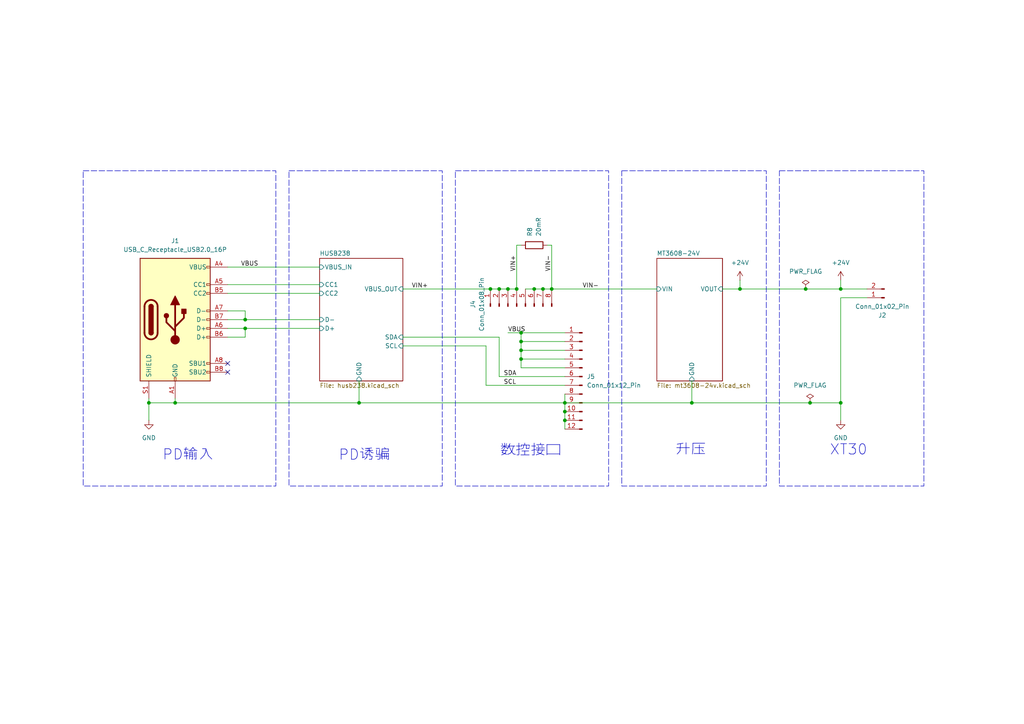
<source format=kicad_sch>
(kicad_sch (version 20231120) (generator "eeschema") (generator_version "8.0")
  (paper "A4")
  (lib_symbols
    (symbol "Connector:Conn_01x02_Pin" (pin_names (offset 1.016) hide)
      (property "Reference" "J" (at 0 2.54 0))
      (property "Value" "Conn_01x02_Pin" (at 0 -5.08 0))
      (symbol "Conn_01x02_Pin_1_1"
        (polyline (pts (xy 1.27 -2.54) (xy 0.8636 -2.54)) (stroke (width 0.1524)))
        (polyline (pts (xy 1.27 0) (xy 0.8636 0)) (stroke (width 0.1524)))
        (rectangle (start 0.8636 -2.413) (end 0 -2.667) (stroke (width 0.1524)) (fill (type outline)))
        (rectangle (start 0.8636 0.127) (end 0 -0.127) (stroke (width 0.1524)) (fill (type outline)))
        (pin passive line (at 5.08 0 180) (length 3.81) (name "Pin_1") (number "1"))
        (pin passive line (at 5.08 -2.54 180) (length 3.81) (name "Pin_2") (number "2"))
      )
    )
    (symbol "Connector:Conn_01x08_Pin" (pin_names (offset 1.016) hide)
      (property "Reference" "J" (at 0 10.16 0))
      (property "Value" "Conn_01x08_Pin" (at 0 -12.7 0))
      (symbol "Conn_01x08_Pin_1_1"
        (polyline (pts (xy 1.27 -10.16) (xy 0.8636 -10.16)) (stroke (width 0.1524)))
        (polyline (pts (xy 1.27 -7.62) (xy 0.8636 -7.62)) (stroke (width 0.1524)))
        (polyline (pts (xy 1.27 -5.08) (xy 0.8636 -5.08)) (stroke (width 0.1524)))
        (polyline (pts (xy 1.27 -2.54) (xy 0.8636 -2.54)) (stroke (width 0.1524)))
        (polyline (pts (xy 1.27 0) (xy 0.8636 0)) (stroke (width 0.1524)))
        (polyline (pts (xy 1.27 2.54) (xy 0.8636 2.54)) (stroke (width 0.1524)))
        (polyline (pts (xy 1.27 5.08) (xy 0.8636 5.08)) (stroke (width 0.1524)))
        (polyline (pts (xy 1.27 7.62) (xy 0.8636 7.62)) (stroke (width 0.1524)))
        (rectangle (start 0.8636 -10.033) (end 0 -10.287) (stroke (width 0.1524)) (fill (type outline)))
        (rectangle (start 0.8636 -7.493) (end 0 -7.747) (stroke (width 0.1524)) (fill (type outline)))
        (rectangle (start 0.8636 -4.953) (end 0 -5.207) (stroke (width 0.1524)) (fill (type outline)))
        (rectangle (start 0.8636 -2.413) (end 0 -2.667) (stroke (width 0.1524)) (fill (type outline)))
        (rectangle (start 0.8636 0.127) (end 0 -0.127) (stroke (width 0.1524)) (fill (type outline)))
        (rectangle (start 0.8636 2.667) (end 0 2.413) (stroke (width 0.1524)) (fill (type outline)))
        (rectangle (start 0.8636 5.207) (end 0 4.953) (stroke (width 0.1524)) (fill (type outline)))
        (rectangle (start 0.8636 7.747) (end 0 7.493) (stroke (width 0.1524)) (fill (type outline)))
        (pin passive line (at 5.08 7.62 180) (length 3.81) (name "Pin_1") (number "1"))
        (pin passive line (at 5.08 5.08 180) (length 3.81) (name "Pin_2") (number "2"))
        (pin passive line (at 5.08 2.54 180) (length 3.81) (name "Pin_3") (number "3"))
        (pin passive line (at 5.08 0 180) (length 3.81) (name "Pin_4") (number "4"))
        (pin passive line (at 5.08 -2.54 180) (length 3.81) (name "Pin_5") (number "5"))
        (pin passive line (at 5.08 -5.08 180) (length 3.81) (name "Pin_6") (number "6"))
        (pin passive line (at 5.08 -7.62 180) (length 3.81) (name "Pin_7") (number "7"))
        (pin passive line (at 5.08 -10.16 180) (length 3.81) (name "Pin_8") (number "8"))
      )
    )
    (symbol "Connector:Conn_01x12_Pin" (pin_names (offset 1.016) hide)
      (property "Reference" "J" (at 0 15.24 0))
      (property "Value" "Conn_01x12_Pin" (at 0 -17.78 0))
      (symbol "Conn_01x12_Pin_1_1"
        (polyline (pts (xy 1.27 -15.24) (xy 0.8636 -15.24)) (stroke (width 0.1524)))
        (polyline (pts (xy 1.27 -12.7) (xy 0.8636 -12.7)) (stroke (width 0.1524)))
        (polyline (pts (xy 1.27 -10.16) (xy 0.8636 -10.16)) (stroke (width 0.1524)))
        (polyline (pts (xy 1.27 -7.62) (xy 0.8636 -7.62)) (stroke (width 0.1524)))
        (polyline (pts (xy 1.27 -5.08) (xy 0.8636 -5.08)) (stroke (width 0.1524)))
        (polyline (pts (xy 1.27 -2.54) (xy 0.8636 -2.54)) (stroke (width 0.1524)))
        (polyline (pts (xy 1.27 0) (xy 0.8636 0)) (stroke (width 0.1524)))
        (polyline (pts (xy 1.27 2.54) (xy 0.8636 2.54)) (stroke (width 0.1524)))
        (polyline (pts (xy 1.27 5.08) (xy 0.8636 5.08)) (stroke (width 0.1524)))
        (polyline (pts (xy 1.27 7.62) (xy 0.8636 7.62)) (stroke (width 0.1524)))
        (polyline (pts (xy 1.27 10.16) (xy 0.8636 10.16)) (stroke (width 0.1524)))
        (polyline (pts (xy 1.27 12.7) (xy 0.8636 12.7)) (stroke (width 0.1524)))
        (rectangle (start 0.8636 -15.113) (end 0 -15.367) (stroke (width 0.1524)) (fill (type outline)))
        (rectangle (start 0.8636 -12.573) (end 0 -12.827) (stroke (width 0.1524)) (fill (type outline)))
        (rectangle (start 0.8636 -10.033) (end 0 -10.287) (stroke (width 0.1524)) (fill (type outline)))
        (rectangle (start 0.8636 -7.493) (end 0 -7.747) (stroke (width 0.1524)) (fill (type outline)))
        (rectangle (start 0.8636 -4.953) (end 0 -5.207) (stroke (width 0.1524)) (fill (type outline)))
        (rectangle (start 0.8636 -2.413) (end 0 -2.667) (stroke (width 0.1524)) (fill (type outline)))
        (rectangle (start 0.8636 0.127) (end 0 -0.127) (stroke (width 0.1524)) (fill (type outline)))
        (rectangle (start 0.8636 2.667) (end 0 2.413) (stroke (width 0.1524)) (fill (type outline)))
        (rectangle (start 0.8636 5.207) (end 0 4.953) (stroke (width 0.1524)) (fill (type outline)))
        (rectangle (start 0.8636 7.747) (end 0 7.493) (stroke (width 0.1524)) (fill (type outline)))
        (rectangle (start 0.8636 10.287) (end 0 10.033) (stroke (width 0.1524)) (fill (type outline)))
        (rectangle (start 0.8636 12.827) (end 0 12.573) (stroke (width 0.1524)) (fill (type outline)))
        (pin passive line (at 5.08 12.7 180) (length 3.81) (name "Pin_1") (number "1"))
        (pin passive line (at 5.08 -10.16 180) (length 3.81) (name "Pin_10") (number "10"))
        (pin passive line (at 5.08 -12.7 180) (length 3.81) (name "Pin_11") (number "11"))
        (pin passive line (at 5.08 -15.24 180) (length 3.81) (name "Pin_12") (number "12"))
        (pin passive line (at 5.08 10.16 180) (length 3.81) (name "Pin_2") (number "2"))
        (pin passive line (at 5.08 7.62 180) (length 3.81) (name "Pin_3") (number "3"))
        (pin passive line (at 5.08 5.08 180) (length 3.81) (name "Pin_4") (number "4"))
        (pin passive line (at 5.08 2.54 180) (length 3.81) (name "Pin_5") (number "5"))
        (pin passive line (at 5.08 0 180) (length 3.81) (name "Pin_6") (number "6"))
        (pin passive line (at 5.08 -2.54 180) (length 3.81) (name "Pin_7") (number "7"))
        (pin passive line (at 5.08 -5.08 180) (length 3.81) (name "Pin_8") (number "8"))
        (pin passive line (at 5.08 -7.62 180) (length 3.81) (name "Pin_9") (number "9"))
      )
    )
    (symbol "Connector:USB_C_Receptacle_USB2.0_16P" (pin_names (offset 1.016))
      (property "Reference" "J" (at 0 22.225 0))
      (property "Value" "USB_C_Receptacle_USB2.0_16P" (at 0 19.685 0))
      (symbol "USB_C_Receptacle_USB2.0_16P_0_0"
        (rectangle (start -0.254 -17.78) (end 0.254 -16.764))
        (rectangle (start 10.16 -14.986) (end 9.144 -15.494))
        (rectangle (start 10.16 -12.446) (end 9.144 -12.954))
        (rectangle (start 10.16 -4.826) (end 9.144 -5.334))
        (rectangle (start 10.16 -2.286) (end 9.144 -2.794))
        (rectangle (start 10.16 0.254) (end 9.144 -0.254))
        (rectangle (start 10.16 2.794) (end 9.144 2.286))
        (rectangle (start 10.16 7.874) (end 9.144 7.366))
        (rectangle (start 10.16 10.414) (end 9.144 9.906))
        (rectangle (start 10.16 15.494) (end 9.144 14.986))
      )
      (symbol "USB_C_Receptacle_USB2.0_16P_0_1"
        (rectangle (start -10.16 17.78) (end 10.16 -17.78) (stroke (width 0.254)) (fill (type background)))
        (arc (start -8.89 -3.81) (mid -6.985 -5.7067) (end -5.08 -3.81) (stroke (width 0.508)))
        (arc (start -7.62 -3.81) (mid -6.985 -4.4423) (end -6.35 -3.81) (stroke (width 0.254)))
        (arc (start -7.62 -3.81) (mid -6.985 -4.4423) (end -6.35 -3.81) (stroke (width 0.254)) (fill (type outline)))
        (rectangle (start -7.62 -3.81) (end -6.35 3.81) (stroke (width 0.254)) (fill (type outline)))
        (arc (start -6.35 3.81) (mid -6.985 4.4423) (end -7.62 3.81) (stroke (width 0.254)))
        (arc (start -6.35 3.81) (mid -6.985 4.4423) (end -7.62 3.81) (stroke (width 0.254)) (fill (type outline)))
        (arc (start -5.08 3.81) (mid -6.985 5.7067) (end -8.89 3.81) (stroke (width 0.508)))
        (circle (center -2.54 1.143) (radius 0.635) (stroke (width 0.254)) (fill (type outline)))
        (circle (center 0 -5.842) (radius 1.27) (fill (type outline)))
        (polyline (pts (xy -8.89 -3.81) (xy -8.89 3.81)) (stroke (width 0.508)))
        (polyline (pts (xy -5.08 3.81) (xy -5.08 -3.81)) (stroke (width 0.508)))
        (polyline (pts (xy 0 -5.842) (xy 0 4.318)) (stroke (width 0.508)))
        (polyline (pts (xy 0 -3.302) (xy -2.54 -0.762) (xy -2.54 0.508)) (stroke (width 0.508)))
        (polyline (pts (xy 0 -2.032) (xy 2.54 0.508) (xy 2.54 1.778)) (stroke (width 0.508)))
        (polyline (pts (xy -1.27 4.318) (xy 0 6.858) (xy 1.27 4.318) (xy -1.27 4.318)) (stroke (width 0.254)) (fill (type outline)))
        (rectangle (start 1.905 1.778) (end 3.175 3.048) (stroke (width 0.254)) (fill (type outline)))
      )
      (symbol "USB_C_Receptacle_USB2.0_16P_1_1"
        (pin passive line (at 0 -22.86 90) (length 5.08) (name "GND") (number "A1"))
        (pin passive line (at 0 -22.86 90) (length 5.08) hide (name "GND") (number "A12"))
        (pin passive line (at 15.24 15.24 180) (length 5.08) (name "VBUS") (number "A4"))
        (pin bidirectional line (at 15.24 10.16 180) (length 5.08) (name "CC1") (number "A5"))
        (pin bidirectional line (at 15.24 -2.54 180) (length 5.08) (name "D+") (number "A6"))
        (pin bidirectional line (at 15.24 2.54 180) (length 5.08) (name "D-") (number "A7"))
        (pin bidirectional line (at 15.24 -12.7 180) (length 5.08) (name "SBU1") (number "A8"))
        (pin passive line (at 15.24 15.24 180) (length 5.08) hide (name "VBUS") (number "A9"))
        (pin passive line (at 0 -22.86 90) (length 5.08) hide (name "GND") (number "B1"))
        (pin passive line (at 0 -22.86 90) (length 5.08) hide (name "GND") (number "B12"))
        (pin passive line (at 15.24 15.24 180) (length 5.08) hide (name "VBUS") (number "B4"))
        (pin bidirectional line (at 15.24 7.62 180) (length 5.08) (name "CC2") (number "B5"))
        (pin bidirectional line (at 15.24 -5.08 180) (length 5.08) (name "D+") (number "B6"))
        (pin bidirectional line (at 15.24 0 180) (length 5.08) (name "D-") (number "B7"))
        (pin bidirectional line (at 15.24 -15.24 180) (length 5.08) (name "SBU2") (number "B8"))
        (pin passive line (at 15.24 15.24 180) (length 5.08) hide (name "VBUS") (number "B9"))
        (pin passive line (at -7.62 -22.86 90) (length 5.08) (name "SHIELD") (number "S1"))
      )
    )
    (symbol "Device:R" (pin_numbers hide) (pin_names (offset 0))
      (property "Reference" "R" (at 2.032 0 90))
      (property "Value" "R" (at 0 0 90))
      (symbol "R_0_1"
        (rectangle (start -1.016 -2.54) (end 1.016 2.54) (stroke (width 0.254)))
      )
      (symbol "R_1_1"
        (pin passive line (at 0 3.81 270) (length 1.27) (name "~") (number "1"))
        (pin passive line (at 0 -3.81 90) (length 1.27) (name "~") (number "2"))
      )
    )
    (symbol "power:+3V3" (power) (pin_numbers hide) (pin_names (offset 0) hide)
      (property "Value" "+3V3" (at 0 3.556 0))
      (symbol "+3V3_0_1"
        (polyline (pts (xy -0.762 1.27) (xy 0 2.54)))
        (polyline (pts (xy 0 0) (xy 0 2.54)))
        (polyline (pts (xy 0 2.54) (xy 0.762 1.27)))
      )
      (symbol "+3V3_1_1"
        (pin power_in line (at 0 0 90) (length 0) (name "~") (number "1"))
      )
    )
    (symbol "power:GND" (power) (pin_numbers hide) (pin_names (offset 0) hide)
      (property "Value" "GND" (at 0 -3.81 0))
      (symbol "GND_0_1"
        (polyline (pts (xy 0 0) (xy 0 -1.27) (xy 1.27 -1.27) (xy 0 -2.54) (xy -1.27 -1.27) (xy 0 -1.27)))
      )
      (symbol "GND_1_1"
        (pin power_in line (at 0 0 270) (length 0) (name "~") (number "1"))
      )
    )
    (symbol "power:PWR_FLAG" (power) (pin_numbers hide) (pin_names (offset 0) hide)
      (property "Value" "PWR_FLAG" (at 0 3.81 0))
      (symbol "PWR_FLAG_0_0"
        (pin power_out line (at 0 0 90) (length 0) (name "~") (number "1"))
      )
      (symbol "PWR_FLAG_0_1"
        (polyline (pts (xy 0 0) (xy 0 1.27) (xy -1.016 1.905) (xy 0 2.54) (xy 1.016 1.905) (xy 0 1.27)))
      )
    )
  )
  (junction (at 149.86 83.82))
  (junction (at 214.63 83.82))
  (junction (at 144.78 83.82))
  (junction (at 142.24 83.82))
  (junction (at 151.13 96.52))
  (junction (at 200.66 116.84))
  (junction (at 151.13 101.6))
  (junction (at 71.12 92.71))
  (junction (at 104.14 116.84))
  (junction (at 43.18 116.84))
  (junction (at 233.68 83.82))
  (junction (at 154.94 83.82))
  (junction (at 163.83 121.92))
  (junction (at 71.12 95.25))
  (junction (at 234.95 116.84))
  (junction (at 151.13 99.06))
  (junction (at 243.84 83.82))
  (junction (at 50.8 116.84))
  (junction (at 151.13 104.14))
  (junction (at 163.83 116.84))
  (junction (at 243.84 116.84))
  (junction (at 163.83 119.38))
  (junction (at 160.02 83.82))
  (junction (at 157.48 83.82))
  (junction (at 147.32 83.82))
  (no_connect (at 66.04 107.95))
  (no_connect (at 66.04 105.41))
  (wire (pts (xy 71.12 92.71) (xy 92.71 92.71)))
  (wire (pts (xy 104.14 110.49) (xy 104.14 116.84)))
  (wire (pts (xy 151.13 71.12) (xy 149.86 71.12)))
  (wire (pts (xy 163.83 106.68) (xy 151.13 106.68)))
  (wire (pts (xy 214.63 83.82) (xy 233.68 83.82)))
  (wire (pts (xy 200.66 116.84) (xy 234.95 116.84)))
  (wire (pts (xy 149.86 83.82) (xy 149.86 71.12)))
  (wire (pts (xy 66.04 82.55) (xy 92.71 82.55)))
  (wire (pts (xy 163.83 116.84) (xy 163.83 119.38)))
  (wire (pts (xy 71.12 97.79) (xy 71.12 95.25)))
  (wire (pts (xy 43.18 116.84) (xy 43.18 115.57)))
  (wire (pts (xy 163.83 121.92) (xy 163.83 124.46)))
  (wire (pts (xy 160.02 83.82) (xy 160.02 71.12)))
  (wire (pts (xy 243.84 121.92) (xy 243.84 116.84)))
  (wire (pts (xy 151.13 96.52) (xy 151.13 99.06)))
  (wire (pts (xy 152.4 83.82) (xy 154.94 83.82)))
  (wire (pts (xy 144.78 83.82) (xy 147.32 83.82)))
  (wire (pts (xy 71.12 90.17) (xy 66.04 90.17)))
  (wire (pts (xy 144.78 97.79) (xy 144.78 109.22)))
  (wire (pts (xy 151.13 96.52) (xy 163.83 96.52)))
  (wire (pts (xy 66.04 77.47) (xy 92.71 77.47)))
  (wire (pts (xy 157.48 83.82) (xy 160.02 83.82)))
  (wire (pts (xy 66.04 97.79) (xy 71.12 97.79)))
  (wire (pts (xy 66.04 95.25) (xy 71.12 95.25)))
  (wire (pts (xy 151.13 99.06) (xy 163.83 99.06)))
  (wire (pts (xy 66.04 85.09) (xy 92.71 85.09)))
  (wire (pts (xy 233.68 83.82) (xy 243.84 83.82)))
  (wire (pts (xy 142.24 83.82) (xy 144.78 83.82)))
  (wire (pts (xy 200.66 110.49) (xy 200.66 116.84)))
  (wire (pts (xy 71.12 90.17) (xy 71.12 92.71)))
  (wire (pts (xy 147.32 96.52) (xy 151.13 96.52)))
  (wire (pts (xy 104.14 116.84) (xy 163.83 116.84)))
  (wire (pts (xy 71.12 95.25) (xy 92.71 95.25)))
  (wire (pts (xy 50.8 116.84) (xy 43.18 116.84)))
  (wire (pts (xy 116.84 97.79) (xy 144.78 97.79)))
  (wire (pts (xy 151.13 104.14) (xy 151.13 101.6)))
  (wire (pts (xy 214.63 83.82) (xy 209.55 83.82)))
  (wire (pts (xy 43.18 121.92) (xy 43.18 116.84)))
  (wire (pts (xy 144.78 109.22) (xy 163.83 109.22)))
  (wire (pts (xy 147.32 83.82) (xy 149.86 83.82)))
  (wire (pts (xy 154.94 83.82) (xy 157.48 83.82)))
  (wire (pts (xy 200.66 116.84) (xy 163.83 116.84)))
  (wire (pts (xy 214.63 81.28) (xy 214.63 83.82)))
  (wire (pts (xy 140.97 100.33) (xy 140.97 111.76)))
  (wire (pts (xy 251.46 83.82) (xy 243.84 83.82)))
  (wire (pts (xy 50.8 115.57) (xy 50.8 116.84)))
  (wire (pts (xy 151.13 106.68) (xy 151.13 104.14)))
  (wire (pts (xy 160.02 83.82) (xy 190.5 83.82)))
  (wire (pts (xy 234.95 116.84) (xy 243.84 116.84)))
  (wire (pts (xy 116.84 83.82) (xy 142.24 83.82)))
  (wire (pts (xy 116.84 100.33) (xy 140.97 100.33)))
  (wire (pts (xy 151.13 101.6) (xy 163.83 101.6)))
  (wire (pts (xy 163.83 114.3) (xy 163.83 116.84)))
  (wire (pts (xy 158.75 71.12) (xy 160.02 71.12)))
  (wire (pts (xy 151.13 101.6) (xy 151.13 99.06)))
  (wire (pts (xy 163.83 104.14) (xy 151.13 104.14)))
  (wire (pts (xy 163.83 119.38) (xy 163.83 121.92)))
  (wire (pts (xy 104.14 116.84) (xy 50.8 116.84)))
  (wire (pts (xy 243.84 116.84) (xy 243.84 86.36)))
  (wire (pts (xy 140.97 111.76) (xy 163.83 111.76)))
  (wire (pts (xy 243.84 86.36) (xy 251.46 86.36)))
  (wire (pts (xy 243.84 83.82) (xy 243.84 81.28)))
  (wire (pts (xy 66.04 92.71) (xy 71.12 92.71)))
  (rectangle (start 83.82 49.53) (end 128.27 140.97) (stroke (width 0) (type dash)))
  (rectangle (start 226.06 49.53) (end 267.97 140.97) (stroke (width 0) (type dash)))
  (rectangle (start 24.13 49.53) (end 80.01 140.97) (stroke (width 0) (type dash)))
  (rectangle (start 180.34 49.53) (end 222.25 140.97) (stroke (width 0) (type dash)))
  (rectangle (start 132.08 49.53) (end 176.53 140.97) (stroke (width 0) (type dash)))
  (text "PD诱骗" (at 105.664 132.08 0) (effects (font (size 3 3))))
  (text "升压" (at 200.406 130.556 0) (effects (font (size 3 3))))
  (text "PD输入" (at 54.5709 132.0117 0) (effects (font (size 3 3))))
  (text "数控接口" (at 153.924 130.81 0) (effects (font (size 3 3))))
  (text "XT30" (at 246.126 130.556 0) (effects (font (size 3 3))))
  (label "VIN+" (at 149.86 78.74 90))
  (label "VIN-" (at 160.02 78.74 90))
  (label "SCL" (at 146.05 111.76 0))
  (label "VIN+" (at 119.38 83.82 0))
  (label "VBUS" (at 147.32 96.52 0))
  (label "VIN-" (at 168.91 83.82 0))
  (label "VBUS" (at 69.85 77.47 0))
  (label "SDA" (at 146.05 109.22 0))
  (symbol (lib_id "Connector:USB_C_Receptacle_USB2.0_16P") (at 50.8 92.71 0) (unit 1)
    (property "Reference" "J1" (at 50.8 69.85 0))
    (property "Value" "USB_C_Receptacle_USB2.0_16P" (at 50.8 72.39 0))
    (property "Footprint" "Connector_USB:USB_C_Receptacle_G-Switch_GT-USB-7010ASV" (effects (hide yes)))
    (property "Datasheet" "https://www.usb.org/sites/default/files/documents/usb_type-c.zip" (effects (hide yes)))
    (property "Description" "USB 2.0-only 16P Type-C Receptacle connector" (effects (hide yes)))
  )
  (symbol (lib_id "Connector:Conn_01x02_Pin") (at 256.54 86.36 180) (unit 1)
    (property "Reference" "J2" (at 255.905 91.44 0))
    (property "Value" "Conn_01x02_Pin" (at 255.905 88.9 0))
    (property "Footprint" "Connector_AMASS:AMASS_XT30PW-M_1x02_P2.50mm_Horizontal" (effects (hide yes)))
    (property "Description" "Generic connector, single row, 01x02, script generated" (effects (hide yes)))
  )
  (symbol (lib_id "Connector:Conn_01x12_Pin") (at 168.91 109.22 0) (mirror y) (unit 1)
    (property "Reference" "J5" (at 170.18 109.2199 0) (effects (justify right)))
    (property "Value" "Conn_01x12_Pin" (at 170.18 111.7599 0) (effects (justify right)))
    (property "Footprint" "Connector_PinHeader_1.27mm:PinHeader_1x12_P1.27mm_Vertical" (effects (hide yes)))
    (property "Description" "Generic connector, single row, 01x12, script generated" (effects (hide yes)))
  )
  (symbol (lib_id "Device:R") (at 154.94 71.12 90) (unit 1)
    (property "Reference" "R8" (at 153.6699 68.58 0) (effects (justify left)))
    (property "Value" "20mR" (at 156.2099 68.58 0) (effects (justify left)))
    (property "Footprint" "Resistor_SMD:R_1206_3216Metric" (effects (hide yes)))
    (property "Description" "Resistor" (effects (hide yes)))
  )
  (symbol (lib_id "power:+3V3") (at 214.63 81.28 0) (unit 1)
    (property "Reference" "#PWR04" (effects (hide yes)))
    (property "Value" "+24V" (at 214.63 76.2 0))
    (property "Description" "Power symbol creates a global label with name \"+3V3\"" (effects (hide yes)))
  )
  (symbol (lib_id "Connector:Conn_01x08_Pin") (at 149.86 88.9 90) (unit 1)
    (property "Reference" "J4" (at 137.16 88.265 0))
    (property "Value" "Conn_01x08_Pin" (at 139.7 88.265 0))
    (property "Footprint" "Connector_PinHeader_1.27mm:PinHeader_1x08_P1.27mm_Vertical" (effects (hide yes)))
    (property "Description" "Generic connector, single row, 01x08, script generated" (effects (hide yes)))
  )
  (symbol (lib_id "power:GND") (at 243.84 121.92 0) (unit 1)
    (property "Reference" "#PWR03" (effects (hide yes)))
    (property "Value" "GND" (at 243.84 127 0))
    (property "Description" "Power symbol creates a global label with name \"GND\" , ground" (effects (hide yes)))
  )
  (symbol (lib_id "power:+3V3") (at 243.84 81.28 0) (unit 1)
    (property "Reference" "#PWR02" (effects (hide yes)))
    (property "Value" "+24V" (at 243.84 76.2 0))
    (property "Description" "Power symbol creates a global label with name \"+3V3\"" (effects (hide yes)))
  )
  (symbol (lib_id "power:PWR_FLAG") (at 233.68 83.82 0) (unit 1)
    (property "Reference" "#FLG01" (effects (hide yes)))
    (property "Value" "PWR_FLAG" (at 233.68 78.74 0))
    (property "Description" "Special symbol for telling ERC where power comes from" (effects (hide yes)))
  )
  (symbol (lib_id "power:PWR_FLAG") (at 234.95 116.84 0) (unit 1)
    (property "Reference" "#FLG03" (effects (hide yes)))
    (property "Value" "PWR_FLAG" (at 234.95 111.76 0))
    (property "Description" "Special symbol for telling ERC where power comes from" (effects (hide yes)))
  )
  (symbol (lib_id "power:GND") (at 43.18 121.92 0) (unit 1)
    (property "Reference" "#PWR01" (effects (hide yes)))
    (property "Value" "GND" (at 43.18 127 0))
    (property "Description" "Power symbol creates a global label with name \"GND\" , ground" (effects (hide yes)))
  )
  (sheet (at 92.71 74.93) (size 24.13 35.56) (stroke (width 0.1524))
    (property "Sheetname" "HUSB238" (at 92.71 74.2184 0) (effects (justify left bottom)))
    (property "Sheetfile" "husb238.kicad_sch" (at 92.71 111.0746 0) (effects (justify left top)))
    (pin "CC1" input (at 92.71 82.55 180))
    (pin "CC2" input (at 92.71 85.09 180))
    (pin "D-" input (at 92.71 92.71 180))
    (pin "D+" input (at 92.71 95.25 180))
    (pin "VBUS_IN" input (at 92.71 77.47 180))
    (pin "GND" input (at 104.14 110.49 270))
    (pin "VBUS_OUT" input (at 116.84 83.82 0))
    (pin "SDA" input (at 116.84 97.79 0))
    (pin "SCL" input (at 116.84 100.33 0))
  )
  (sheet (at 190.5 74.93) (size 19.05 35.56) (stroke (width 0.1524))
    (property "Sheetname" "MT3608-24V" (at 190.5 74.2184 0) (effects (justify left bottom)))
    (property "Sheetfile" "mt3608-24v.kicad_sch" (at 190.5 111.0746 0) (effects (justify left top)))
    (pin "GND" input (at 200.66 110.49 270))
    (pin "VIN" input (at 190.5 83.82 180))
    (pin "VOUT" input (at 209.55 83.82 0))
  )
)
</source>
